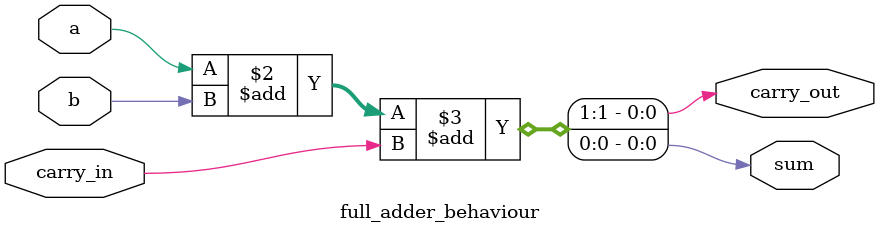
<source format=v>
module full_adder_behaviour(
	input a,
	input b,
	input carry_in,
	// output reg because it is used in an always procedure
	output reg sum,
	output reg carry_out
	);
	
	always @(*) begin
		{carry_out,sum} = a + b + carry_in;
	end

endmodule
</source>
